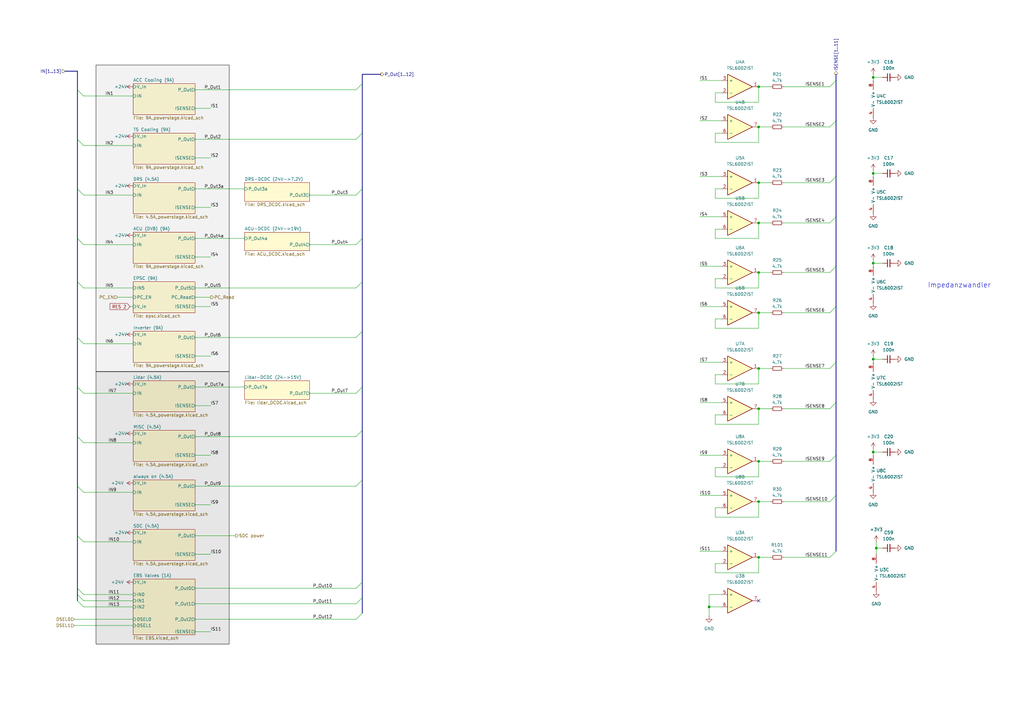
<source format=kicad_sch>
(kicad_sch (version 20231120) (generator "eeschema") (generator_version "8.0")
  (paper "A3")
  (title_block (title "PDU FT25") (date "2024-11-23") (rev "V1.1") (company "Janek Herm") (comment 1 "FaSTTUBe Electronics"))
  (lib_symbols
    (symbol "Device:C_Small" (pin_numbers hide) (pin_names (offset 0.254) hide)
      (property "Reference" "C" (at 0.254 1.778 0))
      (property "Value" "C_Small" (at 0.254 -2.032 0))
      (symbol "C_Small_0_1"
        (polyline (pts (xy -1.524 -0.508) (xy 1.524 -0.508)) (stroke (width 0.3302)))
        (polyline (pts (xy -1.524 0.508) (xy 1.524 0.508)) (stroke (width 0.3048)))
      )
      (symbol "C_Small_1_1"
        (pin passive line (at 0 2.54 270) (length 2.032) (name "~") (number "1"))
        (pin passive line (at 0 -2.54 90) (length 2.032) (name "~") (number "2"))
      )
    )
    (symbol "Device:Opamp_Dual"
      (property "Reference" "U" (at 0 5.08 0))
      (property "Value" "Opamp_Dual" (at 0 -5.08 0))
      (symbol "Opamp_Dual_1_1"
        (polyline (pts (xy -5.08 5.08) (xy 5.08 0) (xy -5.08 -5.08) (xy -5.08 5.08)) (stroke (width 0.254)) (fill (type background)))
        (pin output line (at 7.62 0 180) (length 2.54) (name "~") (number "1"))
        (pin input line (at -7.62 -2.54 0) (length 2.54) (name "-") (number "2"))
        (pin input line (at -7.62 2.54 0) (length 2.54) (name "+") (number "3"))
      )
      (symbol "Opamp_Dual_2_1"
        (polyline (pts (xy -5.08 5.08) (xy 5.08 0) (xy -5.08 -5.08) (xy -5.08 5.08)) (stroke (width 0.254)) (fill (type background)))
        (pin input line (at -7.62 2.54 0) (length 2.54) (name "+") (number "5"))
        (pin input line (at -7.62 -2.54 0) (length 2.54) (name "-") (number "6"))
        (pin output line (at 7.62 0 180) (length 2.54) (name "~") (number "7"))
      )
      (symbol "Opamp_Dual_3_1"
        (pin power_in line (at -2.54 -7.62 90) (length 3.81) (name "V-") (number "4"))
        (pin power_in line (at -2.54 7.62 270) (length 3.81) (name "V+") (number "8"))
      )
    )
    (symbol "Device:R_Small" (pin_numbers hide) (pin_names (offset 0.254) hide)
      (property "Reference" "R" (at 0.762 0.508 0))
      (property "Value" "R_Small" (at 0.762 -1.016 0))
      (symbol "R_Small_0_1"
        (rectangle (start -0.762 1.778) (end 0.762 -1.778) (stroke (width 0.2032)))
      )
      (symbol "R_Small_1_1"
        (pin passive line (at 0 2.54 270) (length 0.762) (name "~") (number "1"))
        (pin passive line (at 0 -2.54 90) (length 0.762) (name "~") (number "2"))
      )
    )
    (symbol "power:+12V" (power) (pin_numbers hide) (pin_names (offset 0) hide)
      (property "Value" "+12V" (at 0 3.556 0))
      (symbol "+12V_0_1"
        (polyline (pts (xy -0.762 1.27) (xy 0 2.54)))
        (polyline (pts (xy 0 0) (xy 0 2.54)))
        (polyline (pts (xy 0 2.54) (xy 0.762 1.27)))
      )
      (symbol "+12V_1_1"
        (pin power_in line (at 0 0 90) (length 0) (name "~") (number "1"))
      )
    )
    (symbol "power:+24V" (power) (pin_numbers hide) (pin_names (offset 0) hide)
      (property "Value" "+24V" (at 0 3.556 0))
      (symbol "+24V_0_1"
        (polyline (pts (xy -0.762 1.27) (xy 0 2.54)))
        (polyline (pts (xy 0 0) (xy 0 2.54)))
        (polyline (pts (xy 0 2.54) (xy 0.762 1.27)))
      )
      (symbol "+24V_1_1"
        (pin power_in line (at 0 0 90) (length 0) (name "~") (number "1"))
      )
    )
    (symbol "power:+3.3V" (power) (pin_numbers hide) (pin_names (offset 0) hide)
      (property "Value" "+3.3V" (at 0 3.556 0))
      (symbol "+3.3V_0_1"
        (polyline (pts (xy -0.762 1.27) (xy 0 2.54)))
        (polyline (pts (xy 0 0) (xy 0 2.54)))
        (polyline (pts (xy 0 2.54) (xy 0.762 1.27)))
      )
      (symbol "+3.3V_1_1"
        (pin power_in line (at 0 0 90) (length 0) (name "~") (number "1"))
      )
    )
    (symbol "power:GND" (power) (pin_numbers hide) (pin_names (offset 0) hide)
      (property "Value" "GND" (at 0 -3.81 0))
      (symbol "GND_0_1"
        (polyline (pts (xy 0 0) (xy 0 -1.27) (xy 1.27 -1.27) (xy 0 -2.54) (xy -1.27 -1.27) (xy 0 -1.27)))
      )
      (symbol "GND_1_1"
        (pin power_in line (at 0 0 270) (length 0) (name "~") (number "1"))
      )
    )
  )
  (junction (at 311.15 111.76))
  (junction (at 358.14 71.12))
  (junction (at 358.14 31.75))
  (junction (at 358.14 185.42))
  (junction (at 311.15 128.27))
  (junction (at 311.15 52.07))
  (junction (at 311.15 205.74))
  (junction (at 311.15 228.6))
  (junction (at 359.41 224.79))
  (junction (at 311.15 151.13))
  (junction (at 311.15 91.44))
  (junction (at 311.15 35.56))
  (junction (at 358.14 147.32))
  (junction (at 358.14 107.95))
  (junction (at 290.83 248.92))
  (junction (at 311.15 74.93))
  (junction (at 311.15 189.23))
  (junction (at 311.15 167.64))
  (no_connect (at 311.15 246.38))
  (bus_entry (at 340.36 228.6) (size 2.54 -2.54))
  (bus_entry (at 31.75 199.39) (size 2.54 2.54))
  (bus_entry (at 34.29 80.01) (size -2.54 -2.54))
  (bus_entry (at 31.75 219.71) (size 2.54 2.54))
  (bus_entry (at 146.05 254) (size 2.54 -2.54))
  (bus_entry (at 34.29 140.97) (size -2.54 -2.54))
  (bus_entry (at 146.05 247.65) (size 2.54 -2.54))
  (bus_entry (at 340.36 151.13) (size 2.54 -2.54))
  (bus_entry (at 146.05 179.07) (size 2.54 -2.54))
  (bus_entry (at 340.36 189.23) (size 2.54 -2.54))
  (bus_entry (at 146.05 100.33) (size 2.54 -2.54))
  (bus_entry (at 146.05 199.39) (size 2.54 -2.54))
  (bus_entry (at 340.36 111.76) (size 2.54 -2.54))
  (bus_entry (at 340.36 205.74) (size 2.54 -2.54))
  (bus_entry (at 340.36 74.93) (size 2.54 -2.54))
  (bus_entry (at 34.29 118.11) (size -2.54 -2.54))
  (bus_entry (at 146.05 118.11) (size 2.54 -2.54))
  (bus_entry (at 340.36 52.07) (size 2.54 -2.54))
  (bus_entry (at 34.29 100.33) (size -2.54 -2.54))
  (bus_entry (at 146.05 57.15) (size 2.54 -2.54))
  (bus_entry (at 146.05 161.29) (size 2.54 -2.54))
  (bus_entry (at 146.05 241.3) (size 2.54 -2.54))
  (bus_entry (at 340.36 167.64) (size 2.54 -2.54))
  (bus_entry (at 31.75 179.07) (size 2.54 2.54))
  (bus_entry (at 34.29 39.37) (size -2.54 -2.54))
  (bus_entry (at 146.05 80.01) (size 2.54 -2.54))
  (bus_entry (at 340.36 91.44) (size 2.54 -2.54))
  (bus_entry (at 31.75 243.84) (size 2.54 2.54))
  (bus_entry (at 31.75 246.38) (size 2.54 2.54))
  (bus_entry (at 31.75 241.3) (size 2.54 2.54))
  (bus_entry (at 340.36 128.27) (size 2.54 -2.54))
  (bus_entry (at 340.36 35.56) (size 2.54 -2.54))
  (bus_entry (at 34.29 59.69) (size -2.54 -2.54))
  (bus_entry (at 146.05 138.43) (size 2.54 -2.54))
  (bus_entry (at 146.05 36.83) (size 2.54 -2.54))
  (bus_entry (at 31.75 158.75) (size 2.54 2.54))
  (wire (pts (xy 293.37 130.81) (xy 293.37 134.62)))
  (bus (pts (xy 342.9 88.9) (xy 342.9 109.22)))
  (wire (pts (xy 311.15 189.23) (xy 311.15 195.58)))
  (bus (pts (xy 342.9 125.73) (xy 342.9 148.59)))
  (wire (pts (xy 321.31 52.07) (xy 340.36 52.07)))
  (wire (pts (xy 311.15 151.13) (xy 311.15 157.48)))
  (wire (pts (xy 34.29 100.33) (xy 54.61 100.33)))
  (wire (pts (xy 311.15 234.95) (xy 311.15 228.6)))
  (wire (pts (xy 321.31 205.74) (xy 340.36 205.74)))
  (bus (pts (xy 342.9 148.59) (xy 342.9 165.1)))
  (bus (pts (xy 31.75 243.84) (xy 31.75 246.38)))
  (wire (pts (xy 358.14 30.48) (xy 358.14 31.75)))
  (wire (pts (xy 311.15 205.74) (xy 311.15 212.09)))
  (wire (pts (xy 359.41 224.79) (xy 361.95 224.79)))
  (wire (pts (xy 311.15 128.27) (xy 311.15 134.62)))
  (wire (pts (xy 293.37 81.28) (xy 311.15 81.28)))
  (bus (pts (xy 31.75 241.3) (xy 31.75 243.84)))
  (wire (pts (xy 293.37 54.61) (xy 293.37 58.42)))
  (wire (pts (xy 311.15 74.93) (xy 316.23 74.93)))
  (wire (pts (xy 287.02 33.02) (xy 295.91 33.02)))
  (wire (pts (xy 287.02 226.06) (xy 295.91 226.06)))
  (wire (pts (xy 311.15 189.23) (xy 316.23 189.23)))
  (wire (pts (xy 293.37 195.58) (xy 311.15 195.58)))
  (wire (pts (xy 80.01 146.05) (xy 86.36 146.05)))
  (wire (pts (xy 295.91 231.14) (xy 293.37 231.14)))
  (wire (pts (xy 290.83 248.92) (xy 295.91 248.92)))
  (wire (pts (xy 34.29 80.01) (xy 54.61 80.01)))
  (wire (pts (xy 295.91 114.3) (xy 293.37 114.3)))
  (wire (pts (xy 290.83 243.84) (xy 295.91 243.84)))
  (wire (pts (xy 295.91 191.77) (xy 293.37 191.77)))
  (wire (pts (xy 311.15 35.56) (xy 316.23 35.56)))
  (wire (pts (xy 295.91 130.81) (xy 293.37 130.81)))
  (wire (pts (xy 295.91 54.61) (xy 293.37 54.61)))
  (wire (pts (xy 311.15 111.76) (xy 316.23 111.76)))
  (bus (pts (xy 148.59 238.76) (xy 148.59 245.11)))
  (wire (pts (xy 295.91 170.18) (xy 293.37 170.18)))
  (wire (pts (xy 287.02 148.59) (xy 295.91 148.59)))
  (bus (pts (xy 156.21 30.48) (xy 148.59 30.48)))
  (wire (pts (xy 358.14 107.95) (xy 361.95 107.95)))
  (wire (pts (xy 295.91 208.28) (xy 293.37 208.28)))
  (wire (pts (xy 358.14 69.85) (xy 358.14 71.12)))
  (wire (pts (xy 293.37 212.09) (xy 311.15 212.09)))
  (wire (pts (xy 30.48 254) (xy 54.61 254)))
  (wire (pts (xy 80.01 77.47) (xy 100.33 77.47)))
  (bus (pts (xy 342.9 72.39) (xy 342.9 88.9)))
  (wire (pts (xy 80.01 44.45) (xy 86.36 44.45)))
  (bus (pts (xy 148.59 158.75) (xy 148.59 176.53)))
  (wire (pts (xy 321.31 151.13) (xy 340.36 151.13)))
  (wire (pts (xy 80.01 57.15) (xy 146.05 57.15)))
  (wire (pts (xy 358.14 185.42) (xy 358.14 186.69)))
  (wire (pts (xy 321.31 228.6) (xy 340.36 228.6)))
  (wire (pts (xy 80.01 179.07) (xy 146.05 179.07)))
  (wire (pts (xy 287.02 125.73) (xy 295.91 125.73)))
  (wire (pts (xy 287.02 109.22) (xy 295.91 109.22)))
  (wire (pts (xy 358.14 71.12) (xy 361.95 71.12)))
  (wire (pts (xy 80.01 138.43) (xy 146.05 138.43)))
  (bus (pts (xy 342.9 109.22) (xy 342.9 125.73)))
  (wire (pts (xy 311.15 167.64) (xy 316.23 167.64)))
  (wire (pts (xy 311.15 52.07) (xy 311.15 58.42)))
  (wire (pts (xy 358.14 31.75) (xy 361.95 31.75)))
  (wire (pts (xy 34.29 243.84) (xy 54.61 243.84)))
  (bus (pts (xy 31.75 57.15) (xy 31.75 77.47)))
  (bus (pts (xy 31.75 29.21) (xy 31.75 36.83)))
  (wire (pts (xy 321.31 128.27) (xy 340.36 128.27)))
  (bus (pts (xy 148.59 196.85) (xy 148.59 238.76)))
  (wire (pts (xy 287.02 72.39) (xy 295.91 72.39)))
  (wire (pts (xy 311.15 52.07) (xy 316.23 52.07)))
  (wire (pts (xy 80.01 105.41) (xy 86.36 105.41)))
  (wire (pts (xy 359.41 222.25) (xy 359.41 224.79)))
  (wire (pts (xy 293.37 157.48) (xy 311.15 157.48)))
  (wire (pts (xy 311.15 205.74) (xy 316.23 205.74)))
  (wire (pts (xy 80.01 125.73) (xy 86.36 125.73)))
  (wire (pts (xy 293.37 97.79) (xy 311.15 97.79)))
  (wire (pts (xy 80.01 158.75) (xy 100.33 158.75)))
  (wire (pts (xy 295.91 93.98) (xy 293.37 93.98)))
  (bus (pts (xy 31.75 179.07) (xy 31.75 199.39)))
  (wire (pts (xy 80.01 207.01) (xy 86.36 207.01)))
  (bus (pts (xy 26.67 29.21) (xy 31.75 29.21)))
  (wire (pts (xy 80.01 36.83) (xy 146.05 36.83)))
  (wire (pts (xy 287.02 186.69) (xy 295.91 186.69)))
  (wire (pts (xy 293.37 58.42) (xy 311.15 58.42)))
  (bus (pts (xy 31.75 97.79) (xy 31.75 115.57)))
  (wire (pts (xy 293.37 234.95) (xy 311.15 234.95)))
  (bus (pts (xy 148.59 176.53) (xy 148.59 196.85)))
  (wire (pts (xy 34.29 59.69) (xy 54.61 59.69)))
  (bus (pts (xy 342.9 186.69) (xy 342.9 203.2)))
  (wire (pts (xy 358.14 147.32) (xy 358.14 148.59)))
  (wire (pts (xy 295.91 153.67) (xy 293.37 153.67)))
  (bus (pts (xy 31.75 219.71) (xy 31.75 241.3)))
  (wire (pts (xy 321.31 91.44) (xy 340.36 91.44)))
  (wire (pts (xy 290.83 252.73) (xy 290.83 248.92)))
  (bus (pts (xy 148.59 245.11) (xy 148.59 251.46)))
  (wire (pts (xy 80.01 247.65) (xy 146.05 247.65)))
  (wire (pts (xy 293.37 153.67) (xy 293.37 157.48)))
  (wire (pts (xy 34.29 39.37) (xy 54.61 39.37)))
  (wire (pts (xy 293.37 38.1) (xy 293.37 41.91)))
  (wire (pts (xy 34.29 222.25) (xy 54.61 222.25)))
  (wire (pts (xy 293.37 208.28) (xy 293.37 212.09)))
  (wire (pts (xy 80.01 64.77) (xy 86.36 64.77)))
  (bus (pts (xy 342.9 165.1) (xy 342.9 186.69)))
  (wire (pts (xy 80.01 254) (xy 146.05 254)))
  (wire (pts (xy 34.29 118.11) (xy 54.61 118.11)))
  (wire (pts (xy 30.48 256.54) (xy 54.61 256.54)))
  (wire (pts (xy 358.14 184.15) (xy 358.14 185.42)))
  (wire (pts (xy 321.31 74.93) (xy 340.36 74.93)))
  (wire (pts (xy 358.14 71.12) (xy 358.14 72.39)))
  (wire (pts (xy 293.37 134.62) (xy 311.15 134.62)))
  (wire (pts (xy 287.02 165.1) (xy 295.91 165.1)))
  (bus (pts (xy 148.59 77.47) (xy 148.59 97.79)))
  (wire (pts (xy 311.15 111.76) (xy 311.15 118.11)))
  (wire (pts (xy 321.31 111.76) (xy 340.36 111.76)))
  (wire (pts (xy 287.02 49.53) (xy 295.91 49.53)))
  (wire (pts (xy 80.01 121.92) (xy 86.36 121.92)))
  (wire (pts (xy 80.01 118.11) (xy 146.05 118.11)))
  (bus (pts (xy 31.75 158.75) (xy 31.75 179.07)))
  (wire (pts (xy 295.91 77.47) (xy 293.37 77.47)))
  (wire (pts (xy 293.37 170.18) (xy 293.37 173.99)))
  (bus (pts (xy 342.9 33.02) (xy 342.9 49.53)))
  (wire (pts (xy 80.01 219.71) (xy 96.52 219.71)))
  (wire (pts (xy 127 100.33) (xy 146.05 100.33)))
  (bus (pts (xy 31.75 36.83) (xy 31.75 57.15)))
  (wire (pts (xy 34.29 181.61) (xy 54.61 181.61)))
  (wire (pts (xy 293.37 41.91) (xy 311.15 41.91)))
  (wire (pts (xy 293.37 118.11) (xy 311.15 118.11)))
  (wire (pts (xy 34.29 246.38) (xy 54.61 246.38)))
  (bus (pts (xy 342.9 203.2) (xy 342.9 226.06)))
  (wire (pts (xy 293.37 231.14) (xy 293.37 234.95)))
  (wire (pts (xy 358.14 185.42) (xy 361.95 185.42)))
  (bus (pts (xy 148.59 135.89) (xy 148.59 158.75)))
  (wire (pts (xy 53.34 125.73) (xy 54.61 125.73)))
  (wire (pts (xy 311.15 74.93) (xy 311.15 81.28)))
  (wire (pts (xy 293.37 93.98) (xy 293.37 97.79)))
  (wire (pts (xy 295.91 38.1) (xy 293.37 38.1)))
  (bus (pts (xy 148.59 34.29) (xy 148.59 54.61)))
  (wire (pts (xy 54.61 201.93) (xy 34.29 201.93)))
  (wire (pts (xy 358.14 147.32) (xy 361.95 147.32)))
  (wire (pts (xy 293.37 173.99) (xy 311.15 173.99)))
  (wire (pts (xy 127 80.01) (xy 146.05 80.01)))
  (wire (pts (xy 80.01 199.39) (xy 146.05 199.39)))
  (bus (pts (xy 31.75 77.47) (xy 31.75 97.79)))
  (wire (pts (xy 293.37 191.77) (xy 293.37 195.58)))
  (bus (pts (xy 342.9 49.53) (xy 342.9 72.39)))
  (bus (pts (xy 148.59 97.79) (xy 148.59 115.57)))
  (bus (pts (xy 148.59 30.48) (xy 148.59 34.29)))
  (wire (pts (xy 80.01 186.69) (xy 86.36 186.69)))
  (wire (pts (xy 287.02 203.2) (xy 295.91 203.2)))
  (bus (pts (xy 148.59 115.57) (xy 148.59 135.89)))
  (wire (pts (xy 321.31 35.56) (xy 340.36 35.56)))
  (wire (pts (xy 358.14 146.05) (xy 358.14 147.32)))
  (wire (pts (xy 80.01 241.3) (xy 146.05 241.3)))
  (wire (pts (xy 80.01 259.08) (xy 86.36 259.08)))
  (bus (pts (xy 31.75 199.39) (xy 31.75 219.71)))
  (bus (pts (xy 31.75 138.43) (xy 31.75 158.75)))
  (wire (pts (xy 311.15 91.44) (xy 311.15 97.79)))
  (wire (pts (xy 80.01 166.37) (xy 86.36 166.37)))
  (wire (pts (xy 311.15 167.64) (xy 311.15 173.99)))
  (wire (pts (xy 358.14 31.75) (xy 358.14 33.02)))
  (wire (pts (xy 311.15 91.44) (xy 316.23 91.44)))
  (wire (pts (xy 34.29 140.97) (xy 54.61 140.97)))
  (wire (pts (xy 321.31 189.23) (xy 340.36 189.23)))
  (wire (pts (xy 359.41 224.79) (xy 359.41 227.33)))
  (wire (pts (xy 358.14 106.68) (xy 358.14 107.95)))
  (wire (pts (xy 311.15 35.56) (xy 311.15 41.91)))
  (wire (pts (xy 293.37 77.47) (xy 293.37 81.28)))
  (wire (pts (xy 80.01 227.33) (xy 86.36 227.33)))
  (wire (pts (xy 287.02 88.9) (xy 295.91 88.9)))
  (bus (pts (xy 31.75 115.57) (xy 31.75 138.43)))
  (wire (pts (xy 311.15 151.13) (xy 316.23 151.13)))
  (wire (pts (xy 34.29 161.29) (xy 54.61 161.29)))
  (wire (pts (xy 358.14 107.95) (xy 358.14 109.22)))
  (wire (pts (xy 34.29 248.92) (xy 54.61 248.92)))
  (wire (pts (xy 321.31 167.64) (xy 340.36 167.64)))
  (wire (pts (xy 80.01 85.09) (xy 86.36 85.09)))
  (wire (pts (xy 80.01 97.79) (xy 100.33 97.79)))
  (bus (pts (xy 148.59 54.61) (xy 148.59 77.47)))
  (wire (pts (xy 311.15 128.27) (xy 316.23 128.27)))
  (wire (pts (xy 127 161.29) (xy 146.05 161.29)))
  (wire (pts (xy 293.37 114.3) (xy 293.37 118.11)))
  (wire (pts (xy 48.26 121.92) (xy 54.61 121.92)))
  (wire (pts (xy 311.15 228.6) (xy 316.23 228.6)))
  (bus (pts (xy 342.9 30.48) (xy 342.9 33.02)))
  (wire (pts (xy 290.83 248.92) (xy 290.83 243.84)))
  (rectangle (start 39.37 152.4) (end 93.98 264.16) (stroke (width 0) (color 0 0 0 1)) (fill (type color) (color 132 132 132 0.2)))
  (rectangle (start 39.37 26.67) (end 93.98 152.4) (stroke (width 0) (color 0 0 0 1)) (fill (type color) (color 194 194 194 0.2)))
  (text "Impedanzwandler" (at 393.446 117.094 0) (effects (font (size 2 2))))
  (label "P_Out8" (at 83.82 179.07 0))
  (label "ISENSE6" (at 330.2 128.27 0))
  (label "IS2" (at 86.36 64.77 0))
  (label "IN2" (at 43.18 59.69 0))
  (label "IS6" (at 86.36 146.05 0))
  (label "P_Out5" (at 83.82 118.11 0))
  (label "IS6" (at 287.02 125.73 0))
  (label "P_Out12" (at 128.27 254 0))
  (label "IS1" (at 86.36 44.45 0))
  (label "ISENSE9" (at 330.2 189.23 0))
  (label "IS7" (at 86.36 166.37 0))
  (label "P_Out1" (at 83.82 36.83 0))
  (label "IN4" (at 43.18 100.33 0))
  (label "IN10" (at 44.45 222.25 0))
  (label "IS5" (at 86.36 125.73 0))
  (label "P_Out2" (at 83.82 57.15 0))
  (label "IS9" (at 287.02 186.69 0))
  (label "IS8" (at 287.02 165.1 0))
  (label "P_Out7a" (at 83.82 158.75 0))
  (label "IN8" (at 44.45 181.61 0))
  (label "IS5" (at 287.02 109.22 0))
  (label "IN13" (at 44.45 248.92 0))
  (label "IS8" (at 86.36 186.69 0))
  (label "IS2" (at 287.02 49.53 0))
  (label "IS4" (at 287.02 88.9 0))
  (label "P_Out3" (at 135.89 80.01 0))
  (label "IS11" (at 287.02 226.06 0))
  (label "ISENSE3" (at 330.2 74.93 0))
  (label "IN6" (at 43.18 140.97 0))
  (label "IS1" (at 287.02 33.02 0))
  (label "IS10" (at 287.02 203.2 0))
  (label "P_Out3a" (at 83.82 77.47 0))
  (label "P_Out6" (at 83.82 138.43 0))
  (label "IS10" (at 86.36 227.33 0))
  (label "IN9" (at 44.45 201.93 0))
  (label "IN3" (at 43.18 80.01 0))
  (label "IS7" (at 287.02 148.59 0))
  (label "IS4" (at 86.36 105.41 0))
  (label "P_Out7" (at 135.89 161.29 0))
  (label "ISENSE4" (at 330.2 91.44 0))
  (label "ISENSE11" (at 330.2 228.6 0))
  (label "IN12" (at 44.45 246.38 0))
  (label "P_Out11" (at 128.27 247.65 0))
  (label "P_Out4" (at 135.89 100.33 0))
  (label "IS3" (at 287.02 72.39 0))
  (label "P_Out9" (at 83.82 199.39 0))
  (label "IS9" (at 86.36 207.01 0))
  (label "IN7" (at 44.45 161.29 0))
  (label "ISENSE2" (at 330.2 52.07 0))
  (label "P_Out10" (at 128.27 241.3 0))
  (label "IS3" (at 86.36 85.09 0))
  (label "IN1" (at 43.18 39.37 0))
  (label "ISENSE10" (at 330.2 205.74 0))
  (label "ISENSE5" (at 330.2 111.76 0))
  (label "P_Out4a" (at 83.82 97.79 0))
  (label "ISENSE8" (at 330.2 167.64 0))
  (label "IN5" (at 43.18 118.11 0))
  (label "IS11" (at 86.36 259.08 0))
  (label "IN11" (at 44.45 243.84 0))
  (label "ISENSE1" (at 330.2 35.56 0))
  (label "ISENSE7" (at 330.2 151.13 0))
  (global_label "RES 2" (shape input) (at 53.34 125.73 180) (property "Intersheetrefs" "${INTERSHEET_REFS}" (effects (hide yes))))
  (hierarchical_label "PC_EN" (shape input) (at 48.26 121.92 180))
  (hierarchical_label "ISENSE[1..11]" (shape output) (at 342.9 30.48 90))
  (hierarchical_label "PC_Read" (shape output) (at 86.36 121.92 0))
  (hierarchical_label "DSEL0" (shape input) (at 30.48 254 180))
  (hierarchical_label "DSEL1" (shape input) (at 30.48 256.54 180))
  (hierarchical_label "P_Out[1..12]" (shape output) (at 156.21 30.48 0))
  (hierarchical_label "IN[1..13]" (shape input) (at 26.67 29.21 180))
  (hierarchical_label "SDC power" (shape output) (at 96.52 219.71 0))
  (symbol (lib_id "power:GND") (at 367.03 147.32 90) (unit 1)
    (property "Reference" "#PWR061" (effects (hide yes)))
    (property "Value" "GND" (at 370.84 147.3199 90) (effects (justify right)))
    (property "Description" "Power symbol creates a global label with name \"GND\" , ground" (effects (hide yes)))
  )
  (symbol (lib_id "Device:C_Small") (at 364.49 224.79 90) (unit 1)
    (property "Reference" "C59" (at 364.4963 218.44 90))
    (property "Value" "100n" (at 364.4963 220.98 90))
    (property "Footprint" "Capacitor_SMD:C_0603_1608Metric" (effects (hide yes)))
    (property "Description" "Unpolarized capacitor, small symbol" (effects (hide yes)))
  )
  (symbol (lib_id "power:+12V") (at 54.61 76.2 90) (unit 1)
    (property "Reference" "#PWR053" (effects (hide yes)))
    (property "Value" "+24V" (at 49.53 76.2 90))
    (property "Description" "Power symbol creates a global label with name \"+12V\"" (effects (hide yes)))
  )
  (symbol (lib_id "Device:Opamp_Dual") (at 360.68 194.31 0) (unit 3)
    (property "Reference" "U8" (at 359.41 193.0399 0) (effects (justify left)))
    (property "Value" "TSL6002IST" (at 359.41 195.5799 0) (effects (justify left)))
    (property "Footprint" "TSL6002IST:SOP65P490X110-8N" (effects (hide yes)))
    (property "Datasheet" "https://www.st.com/resource/en/datasheet/tsl6001.pdf" (effects (hide yes)))
    (property "Description" "Dual operational amplifier" (effects (hide yes)))
    (property "Sim.Library" "${KICAD7_SYMBOL_DIR}/Simulation_SPICE.sp" (effects (hide yes)))
    (property "Sim.Name" "kicad_builtin_opamp_dual" (effects (hide yes)))
    (property "Sim.Device" "SUBCKT" (effects (hide yes)))
    (property "Sim.Pins" "1=out1 2=in1- 3=in1+ 4=vee 5=in2+ 6=in2- 7=out2 8=vcc" (effects (hide yes)))
  )
  (symbol (lib_id "Device:R_Small") (at 318.77 128.27 90) (unit 1)
    (property "Reference" "R26" (at 318.77 123.19 90))
    (property "Value" "4.7k" (at 318.77 125.73 90))
    (property "Footprint" "Resistor_SMD:R_0603_1608Metric" (effects (hide yes)))
    (property "Description" "Resistor, small symbol" (effects (hide yes)))
  )
  (symbol (lib_id "Device:C_Small") (at 364.49 31.75 90) (unit 1)
    (property "Reference" "C16" (at 364.4963 25.4 90))
    (property "Value" "100n" (at 364.4963 27.94 90))
    (property "Footprint" "Capacitor_SMD:C_0603_1608Metric" (effects (hide yes)))
    (property "Description" "Unpolarized capacitor, small symbol" (effects (hide yes)))
  )
  (symbol (lib_id "power:+24V") (at 54.61 198.12 90) (unit 1)
    (property "Reference" "#PWR067" (effects (hide yes)))
    (property "Value" "+24V" (at 50.8 198.1199 90) (effects (justify left)))
    (property "Description" "Power symbol creates a global label with name \"+24V\"" (effects (hide yes)))
  )
  (symbol (lib_id "power:+3.3V") (at 358.14 184.15 0) (unit 1)
    (property "Reference" "#PWR065" (effects (hide yes)))
    (property "Value" "+3V3" (at 358.14 179.07 0))
    (property "Description" "Power symbol creates a global label with name \"+3.3V\"" (effects (hide yes)))
  )
  (symbol (lib_id "power:GND") (at 358.14 48.26 0) (unit 1)
    (property "Reference" "#PWR049" (effects (hide yes)))
    (property "Value" "GND" (at 358.14 53.34 0))
    (property "Description" "Power symbol creates a global label with name \"GND\" , ground" (effects (hide yes)))
  )
  (symbol (lib_id "Device:Opamp_Dual") (at 361.95 234.95 0) (unit 3)
    (property "Reference" "U3" (at 360.68 233.6799 0) (effects (justify left)))
    (property "Value" "TSL6002IST" (at 360.68 236.2199 0) (effects (justify left)))
    (property "Footprint" "TSL6002IST:SOP65P490X110-8N" (effects (hide yes)))
    (property "Datasheet" "https://www.st.com/resource/en/datasheet/tsl6001.pdf" (effects (hide yes)))
    (property "Description" "Dual operational amplifier" (effects (hide yes)))
    (property "Sim.Library" "${KICAD7_SYMBOL_DIR}/Simulation_SPICE.sp" (effects (hide yes)))
    (property "Sim.Name" "kicad_builtin_opamp_dual" (effects (hide yes)))
    (property "Sim.Device" "SUBCKT" (effects (hide yes)))
    (property "Sim.Pins" "1=out1 2=in1- 3=in1+ 4=vee 5=in2+ 6=in2- 7=out2 8=vcc" (effects (hide yes)))
  )
  (symbol (lib_id "Device:Opamp_Dual") (at 303.53 91.44 0) (unit 2)
    (property "Reference" "U5" (at 303.53 81.28 0))
    (property "Value" "TSL6002IST" (at 303.53 83.82 0))
    (property "Footprint" "TSL6002IST:SOP65P490X110-8N" (effects (hide yes)))
    (property "Datasheet" "https://www.st.com/resource/en/datasheet/tsl6001.pdf" (effects (hide yes)))
    (property "Description" "Dual operational amplifier" (effects (hide yes)))
    (property "Sim.Library" "${KICAD7_SYMBOL_DIR}/Simulation_SPICE.sp" (effects (hide yes)))
    (property "Sim.Name" "kicad_builtin_opamp_dual" (effects (hide yes)))
    (property "Sim.Device" "SUBCKT" (effects (hide yes)))
    (property "Sim.Pins" "1=out1 2=in1- 3=in1+ 4=vee 5=in2+ 6=in2- 7=out2 8=vcc" (effects (hide yes)))
  )
  (symbol (lib_id "power:+3.3V") (at 358.14 69.85 0) (unit 1)
    (property "Reference" "#PWR051" (effects (hide yes)))
    (property "Value" "+3V3" (at 358.14 64.77 0))
    (property "Description" "Power symbol creates a global label with name \"+3.3V\"" (effects (hide yes)))
  )
  (symbol (lib_id "Device:Opamp_Dual") (at 360.68 80.01 0) (unit 3)
    (property "Reference" "U5" (at 359.41 78.7399 0) (effects (justify left)))
    (property "Value" "TSL6002IST" (at 359.41 81.2799 0) (effects (justify left)))
    (property "Footprint" "TSL6002IST:SOP65P490X110-8N" (effects (hide yes)))
    (property "Datasheet" "https://www.st.com/resource/en/datasheet/tsl6001.pdf" (effects (hide yes)))
    (property "Description" "Dual operational amplifier" (effects (hide yes)))
    (property "Sim.Library" "${KICAD7_SYMBOL_DIR}/Simulation_SPICE.sp" (effects (hide yes)))
    (property "Sim.Name" "kicad_builtin_opamp_dual" (effects (hide yes)))
    (property "Sim.Device" "SUBCKT" (effects (hide yes)))
    (property "Sim.Pins" "1=out1 2=in1- 3=in1+ 4=vee 5=in2+ 6=in2- 7=out2 8=vcc" (effects (hide yes)))
  )
  (symbol (lib_id "Device:C_Small") (at 364.49 185.42 90) (unit 1)
    (property "Reference" "C20" (at 364.4963 179.07 90))
    (property "Value" "100n" (at 364.4963 181.61 90))
    (property "Footprint" "Capacitor_SMD:C_0603_1608Metric" (effects (hide yes)))
    (property "Description" "Unpolarized capacitor, small symbol" (effects (hide yes)))
  )
  (symbol (lib_id "Device:R_Small") (at 318.77 111.76 90) (unit 1)
    (property "Reference" "R25" (at 318.77 106.68 90))
    (property "Value" "4.7k" (at 318.77 109.22 90))
    (property "Footprint" "Resistor_SMD:R_0603_1608Metric" (effects (hide yes)))
    (property "Description" "Resistor, small symbol" (effects (hide yes)))
  )
  (symbol (lib_id "Device:R_Small") (at 318.77 74.93 90) (unit 1)
    (property "Reference" "R23" (at 318.77 69.85 90))
    (property "Value" "4.7k" (at 318.77 72.39 90))
    (property "Footprint" "Resistor_SMD:R_0603_1608Metric" (effects (hide yes)))
    (property "Description" "Resistor, small symbol" (effects (hide yes)))
  )
  (symbol (lib_id "Device:Opamp_Dual") (at 303.53 35.56 0) (unit 1)
    (property "Reference" "U4" (at 303.53 25.4 0))
    (property "Value" "TSL6002IST" (at 303.53 27.94 0))
    (property "Footprint" "TSL6002IST:SOP65P490X110-8N" (effects (hide yes)))
    (property "Datasheet" "https://www.st.com/resource/en/datasheet/tsl6001.pdf" (effects (hide yes)))
    (property "Description" "Dual operational amplifier" (effects (hide yes)))
    (property "Sim.Library" "${KICAD7_SYMBOL_DIR}/Simulation_SPICE.sp" (effects (hide yes)))
    (property "Sim.Name" "kicad_builtin_opamp_dual" (effects (hide yes)))
    (property "Sim.Device" "SUBCKT" (effects (hide yes)))
    (property "Sim.Pins" "1=out1 2=in1- 3=in1+ 4=vee 5=in2+ 6=in2- 7=out2 8=vcc" (effects (hide yes)))
  )
  (symbol (lib_id "power:+12V") (at 54.61 137.16 90) (unit 1)
    (property "Reference" "#PWR059" (effects (hide yes)))
    (property "Value" "+24V" (at 49.53 137.16 90))
    (property "Description" "Power symbol creates a global label with name \"+12V\"" (effects (hide yes)))
  )
  (symbol (lib_id "Device:Opamp_Dual") (at 303.53 151.13 0) (unit 1)
    (property "Reference" "U7" (at 303.53 140.97 0))
    (property "Value" "TSL6002IST" (at 303.53 143.51 0))
    (property "Footprint" "TSL6002IST:SOP65P490X110-8N" (effects (hide yes)))
    (property "Datasheet" "https://www.st.com/resource/en/datasheet/tsl6001.pdf" (effects (hide yes)))
    (property "Description" "Dual operational amplifier" (effects (hide yes)))
    (property "Sim.Library" "${KICAD7_SYMBOL_DIR}/Simulation_SPICE.sp" (effects (hide yes)))
    (property "Sim.Name" "kicad_builtin_opamp_dual" (effects (hide yes)))
    (property "Sim.Device" "SUBCKT" (effects (hide yes)))
    (property "Sim.Pins" "1=out1 2=in1- 3=in1+ 4=vee 5=in2+ 6=in2- 7=out2 8=vcc" (effects (hide yes)))
  )
  (symbol (lib_id "Device:R_Small") (at 318.77 189.23 90) (unit 1)
    (property "Reference" "R29" (at 318.77 184.15 90))
    (property "Value" "4.7k" (at 318.77 186.69 90))
    (property "Footprint" "Resistor_SMD:R_0603_1608Metric" (effects (hide yes)))
    (property "Description" "Resistor, small symbol" (effects (hide yes)))
  )
  (symbol (lib_id "Device:Opamp_Dual") (at 360.68 156.21 0) (unit 3)
    (property "Reference" "U7" (at 359.41 154.9399 0) (effects (justify left)))
    (property "Value" "TSL6002IST" (at 359.41 157.4799 0) (effects (justify left)))
    (property "Footprint" "TSL6002IST:SOP65P490X110-8N" (effects (hide yes)))
    (property "Datasheet" "https://www.st.com/resource/en/datasheet/tsl6001.pdf" (effects (hide yes)))
    (property "Description" "Dual operational amplifier" (effects (hide yes)))
    (property "Sim.Library" "${KICAD7_SYMBOL_DIR}/Simulation_SPICE.sp" (effects (hide yes)))
    (property "Sim.Name" "kicad_builtin_opamp_dual" (effects (hide yes)))
    (property "Sim.Device" "SUBCKT" (effects (hide yes)))
    (property "Sim.Pins" "1=out1 2=in1- 3=in1+ 4=vee 5=in2+ 6=in2- 7=out2 8=vcc" (effects (hide yes)))
  )
  (symbol (lib_id "power:+12V") (at 54.61 35.56 90) (unit 1)
    (property "Reference" "#PWR048" (effects (hide yes)))
    (property "Value" "+24V" (at 49.53 35.56 90))
    (property "Description" "Power symbol creates a global label with name \"+12V\"" (effects (hide yes)))
  )
  (symbol (lib_id "power:+12V") (at 54.61 55.88 90) (unit 1)
    (property "Reference" "#PWR050" (effects (hide yes)))
    (property "Value" "+24V" (at 49.53 55.88 90))
    (property "Description" "Power symbol creates a global label with name \"+12V\"" (effects (hide yes)))
  )
  (symbol (lib_id "Device:Opamp_Dual") (at 303.53 111.76 0) (unit 1)
    (property "Reference" "U6" (at 303.53 101.6 0))
    (property "Value" "TSL6002IST" (at 303.53 104.14 0))
    (property "Footprint" "TSL6002IST:SOP65P490X110-8N" (effects (hide yes)))
    (property "Datasheet" "https://www.st.com/resource/en/datasheet/tsl6001.pdf" (effects (hide yes)))
    (property "Description" "Dual operational amplifier" (effects (hide yes)))
    (property "Sim.Library" "${KICAD7_SYMBOL_DIR}/Simulation_SPICE.sp" (effects (hide yes)))
    (property "Sim.Name" "kicad_builtin_opamp_dual" (effects (hide yes)))
    (property "Sim.Device" "SUBCKT" (effects (hide yes)))
    (property "Sim.Pins" "1=out1 2=in1- 3=in1+ 4=vee 5=in2+ 6=in2- 7=out2 8=vcc" (effects (hide yes)))
  )
  (symbol (lib_id "power:+3.3V") (at 358.14 30.48 0) (unit 1)
    (property "Reference" "#PWR046" (effects (hide yes)))
    (property "Value" "+3V3" (at 358.14 25.4 0))
    (property "Description" "Power symbol creates a global label with name \"+3.3V\"" (effects (hide yes)))
  )
  (symbol (lib_id "Device:Opamp_Dual") (at 360.68 40.64 0) (unit 3)
    (property "Reference" "U4" (at 359.41 39.3699 0) (effects (justify left)))
    (property "Value" "TSL6002IST" (at 359.41 41.9099 0) (effects (justify left)))
    (property "Footprint" "TSL6002IST:SOP65P490X110-8N" (effects (hide yes)))
    (property "Datasheet" "https://www.st.com/resource/en/datasheet/tsl6001.pdf" (effects (hide yes)))
    (property "Description" "Dual operational amplifier" (effects (hide yes)))
    (property "Sim.Library" "${KICAD7_SYMBOL_DIR}/Simulation_SPICE.sp" (effects (hide yes)))
    (property "Sim.Name" "kicad_builtin_opamp_dual" (effects (hide yes)))
    (property "Sim.Device" "SUBCKT" (effects (hide yes)))
    (property "Sim.Pins" "1=out1 2=in1- 3=in1+ 4=vee 5=in2+ 6=in2- 7=out2 8=vcc" (effects (hide yes)))
  )
  (symbol (lib_id "power:+12V") (at 54.61 157.48 90) (unit 1)
    (property "Reference" "#PWR062" (effects (hide yes)))
    (property "Value" "+24V" (at 49.53 157.48 90))
    (property "Description" "Power symbol creates a global label with name \"+12V\"" (effects (hide yes)))
  )
  (symbol (lib_id "Device:R_Small") (at 318.77 228.6 90) (unit 1)
    (property "Reference" "R101" (at 318.77 223.52 90))
    (property "Value" "4.7k" (at 318.77 226.06 90))
    (property "Footprint" "Resistor_SMD:R_0603_1608Metric" (effects (hide yes)))
    (property "Description" "Resistor, small symbol" (effects (hide yes)))
  )
  (symbol (lib_id "Device:R_Small") (at 318.77 35.56 90) (unit 1)
    (property "Reference" "R21" (at 318.77 30.48 90))
    (property "Value" "4.7k" (at 318.77 33.02 90))
    (property "Footprint" "Resistor_SMD:R_0603_1608Metric" (effects (hide yes)))
    (property "Description" "Resistor, small symbol" (effects (hide yes)))
  )
  (symbol (lib_id "power:GND") (at 367.03 31.75 90) (unit 1)
    (property "Reference" "#PWR047" (effects (hide yes)))
    (property "Value" "GND" (at 370.84 31.7499 90) (effects (justify right)))
    (property "Description" "Power symbol creates a global label with name \"GND\" , ground" (effects (hide yes)))
  )
  (symbol (lib_id "power:GND") (at 358.14 87.63 0) (unit 1)
    (property "Reference" "#PWR054" (effects (hide yes)))
    (property "Value" "GND" (at 358.14 92.71 0))
    (property "Description" "Power symbol creates a global label with name \"GND\" , ground" (effects (hide yes)))
  )
  (symbol (lib_id "power:GND") (at 367.03 185.42 90) (unit 1)
    (property "Reference" "#PWR066" (effects (hide yes)))
    (property "Value" "GND" (at 370.84 185.4199 90) (effects (justify right)))
    (property "Description" "Power symbol creates a global label with name \"GND\" , ground" (effects (hide yes)))
  )
  (symbol (lib_id "power:GND") (at 358.14 163.83 0) (unit 1)
    (property "Reference" "#PWR063" (effects (hide yes)))
    (property "Value" "GND" (at 358.14 168.91 0))
    (property "Description" "Power symbol creates a global label with name \"GND\" , ground" (effects (hide yes)))
  )
  (symbol (lib_id "Device:C_Small") (at 364.49 107.95 90) (unit 1)
    (property "Reference" "C18" (at 364.4963 101.6 90))
    (property "Value" "100n" (at 364.4963 104.14 90))
    (property "Footprint" "Capacitor_SMD:C_0603_1608Metric" (effects (hide yes)))
    (property "Description" "Unpolarized capacitor, small symbol" (effects (hide yes)))
  )
  (symbol (lib_id "power:GND") (at 367.03 107.95 90) (unit 1)
    (property "Reference" "#PWR057" (effects (hide yes)))
    (property "Value" "GND" (at 370.84 107.9499 90) (effects (justify right)))
    (property "Description" "Power symbol creates a global label with name \"GND\" , ground" (effects (hide yes)))
  )
  (symbol (lib_id "power:GND") (at 290.83 252.73 0) (unit 1)
    (property "Reference" "#PWR0197" (effects (hide yes)))
    (property "Value" "GND" (at 290.83 257.81 0))
    (property "Description" "Power symbol creates a global label with name \"GND\" , ground" (effects (hide yes)))
  )
  (symbol (lib_id "power:+3.3V") (at 358.14 146.05 0) (unit 1)
    (property "Reference" "#PWR060" (effects (hide yes)))
    (property "Value" "+3V3" (at 358.14 140.97 0))
    (property "Description" "Power symbol creates a global label with name \"+3.3V\"" (effects (hide yes)))
  )
  (symbol (lib_id "power:+12V") (at 54.61 96.52 90) (unit 1)
    (property "Reference" "#PWR055" (effects (hide yes)))
    (property "Value" "+24V" (at 49.53 96.52 90))
    (property "Description" "Power symbol creates a global label with name \"+12V\"" (effects (hide yes)))
  )
  (symbol (lib_id "power:+3.3V") (at 359.41 222.25 0) (unit 1)
    (property "Reference" "#PWR0154" (effects (hide yes)))
    (property "Value" "+3V3" (at 359.41 217.17 0))
    (property "Description" "Power symbol creates a global label with name \"+3.3V\"" (effects (hide yes)))
  )
  (symbol (lib_id "Device:Opamp_Dual") (at 303.53 228.6 0) (unit 1)
    (property "Reference" "U3" (at 303.53 218.44 0))
    (property "Value" "TSL6002IST" (at 303.53 220.98 0))
    (property "Footprint" "TSL6002IST:SOP65P490X110-8N" (effects (hide yes)))
    (property "Datasheet" "https://www.st.com/resource/en/datasheet/tsl6001.pdf" (effects (hide yes)))
    (property "Description" "Dual operational amplifier" (effects (hide yes)))
    (property "Sim.Library" "${KICAD7_SYMBOL_DIR}/Simulation_SPICE.sp" (effects (hide yes)))
    (property "Sim.Name" "kicad_builtin_opamp_dual" (effects (hide yes)))
    (property "Sim.Device" "SUBCKT" (effects (hide yes)))
    (property "Sim.Pins" "1=out1 2=in1- 3=in1+ 4=vee 5=in2+ 6=in2- 7=out2 8=vcc" (effects (hide yes)))
  )
  (symbol (lib_id "power:GND") (at 367.03 224.79 90) (unit 1)
    (property "Reference" "#PWR0155" (effects (hide yes)))
    (property "Value" "GND" (at 370.84 224.7899 90) (effects (justify right)))
    (property "Description" "Power symbol creates a global label with name \"GND\" , ground" (effects (hide yes)))
  )
  (symbol (lib_id "Device:Opamp_Dual") (at 303.53 246.38 0) (unit 2)
    (property "Reference" "U3" (at 303.53 236.22 0))
    (property "Value" "TSL6002IST" (at 303.53 238.76 0))
    (property "Footprint" "TSL6002IST:SOP65P490X110-8N" (effects (hide yes)))
    (property "Datasheet" "https://www.st.com/resource/en/datasheet/tsl6001.pdf" (effects (hide yes)))
    (property "Description" "Dual operational amplifier" (effects (hide yes)))
    (property "Sim.Library" "${KICAD7_SYMBOL_DIR}/Simulation_SPICE.sp" (effects (hide yes)))
    (property "Sim.Name" "kicad_builtin_opamp_dual" (effects (hide yes)))
    (property "Sim.Device" "SUBCKT" (effects (hide yes)))
    (property "Sim.Pins" "1=out1 2=in1- 3=in1+ 4=vee 5=in2+ 6=in2- 7=out2 8=vcc" (effects (hide yes)))
  )
  (symbol (lib_id "Device:Opamp_Dual") (at 303.53 189.23 0) (unit 1)
    (property "Reference" "U8" (at 303.53 179.07 0))
    (property "Value" "TSL6002IST" (at 303.53 181.61 0))
    (property "Footprint" "TSL6002IST:SOP65P490X110-8N" (effects (hide yes)))
    (property "Datasheet" "https://www.st.com/resource/en/datasheet/tsl6001.pdf" (effects (hide yes)))
    (property "Description" "Dual operational amplifier" (effects (hide yes)))
    (property "Sim.Library" "${KICAD7_SYMBOL_DIR}/Simulation_SPICE.sp" (effects (hide yes)))
    (property "Sim.Name" "kicad_builtin_opamp_dual" (effects (hide yes)))
    (property "Sim.Device" "SUBCKT" (effects (hide yes)))
    (property "Sim.Pins" "1=out1 2=in1- 3=in1+ 4=vee 5=in2+ 6=in2- 7=out2 8=vcc" (effects (hide yes)))
  )
  (symbol (lib_id "power:+12V") (at 54.61 177.8 90) (unit 1)
    (property "Reference" "#PWR064" (effects (hide yes)))
    (property "Value" "+24V" (at 49.53 177.8 90))
    (property "Description" "Power symbol creates a global label with name \"+12V\"" (effects (hide yes)))
  )
  (symbol (lib_id "Device:R_Small") (at 318.77 91.44 90) (unit 1)
    (property "Reference" "R24" (at 318.77 86.36 90))
    (property "Value" "4.7k" (at 318.77 88.9 90))
    (property "Footprint" "Resistor_SMD:R_0603_1608Metric" (effects (hide yes)))
    (property "Description" "Resistor, small symbol" (effects (hide yes)))
  )
  (symbol (lib_id "power:GND") (at 359.41 242.57 0) (unit 1)
    (property "Reference" "#PWR036" (effects (hide yes)))
    (property "Value" "GND" (at 359.41 247.65 0))
    (property "Description" "Power symbol creates a global label with name \"GND\" , ground" (effects (hide yes)))
  )
  (symbol (lib_id "Device:C_Small") (at 364.49 147.32 90) (unit 1)
    (property "Reference" "C19" (at 364.4963 140.97 90))
    (property "Value" "100n" (at 364.4963 143.51 90))
    (property "Footprint" "Capacitor_SMD:C_0603_1608Metric" (effects (hide yes)))
    (property "Description" "Unpolarized capacitor, small symbol" (effects (hide yes)))
  )
  (symbol (lib_id "power:+12V") (at 54.61 218.44 90) (unit 1)
    (property "Reference" "#PWR069" (effects (hide yes)))
    (property "Value" "+24V" (at 49.53 218.44 90))
    (property "Description" "Power symbol creates a global label with name \"+12V\"" (effects (hide yes)))
  )
  (symbol (lib_id "Device:Opamp_Dual") (at 303.53 167.64 0) (unit 2)
    (property "Reference" "U7" (at 303.53 157.48 0))
    (property "Value" "TSL6002IST" (at 303.53 160.02 0))
    (property "Footprint" "TSL6002IST:SOP65P490X110-8N" (effects (hide yes)))
    (property "Datasheet" "https://www.st.com/resource/en/datasheet/tsl6001.pdf" (effects (hide yes)))
    (property "Description" "Dual operational amplifier" (effects (hide yes)))
    (property "Sim.Library" "${KICAD7_SYMBOL_DIR}/Simulation_SPICE.sp" (effects (hide yes)))
    (property "Sim.Name" "kicad_builtin_opamp_dual" (effects (hide yes)))
    (property "Sim.Device" "SUBCKT" (effects (hide yes)))
    (property "Sim.Pins" "1=out1 2=in1- 3=in1+ 4=vee 5=in2+ 6=in2- 7=out2 8=vcc" (effects (hide yes)))
  )
  (symbol (lib_id "Device:Opamp_Dual") (at 303.53 74.93 0) (unit 1)
    (property "Reference" "U5" (at 303.53 64.77 0))
    (property "Value" "TSL6002IST" (at 303.53 67.31 0))
    (property "Footprint" "TSL6002IST:SOP65P490X110-8N" (effects (hide yes)))
    (property "Datasheet" "https://www.st.com/resource/en/datasheet/tsl6001.pdf" (effects (hide yes)))
    (property "Description" "Dual operational amplifier" (effects (hide yes)))
    (property "Sim.Library" "${KICAD7_SYMBOL_DIR}/Simulation_SPICE.sp" (effects (hide yes)))
    (property "Sim.Name" "kicad_builtin_opamp_dual" (effects (hide yes)))
    (property "Sim.Device" "SUBCKT" (effects (hide yes)))
    (property "Sim.Pins" "1=out1 2=in1- 3=in1+ 4=vee 5=in2+ 6=in2- 7=out2 8=vcc" (effects (hide yes)))
  )
  (symbol (lib_id "Device:Opamp_Dual") (at 360.68 116.84 0) (unit 3)
    (property "Reference" "U6" (at 359.41 115.5699 0) (effects (justify left)))
    (property "Value" "TSL6002IST" (at 359.41 118.1099 0) (effects (justify left)))
    (property "Footprint" "TSL6002IST:SOP65P490X110-8N" (effects (hide yes)))
    (property "Datasheet" "https://www.st.com/resource/en/datasheet/tsl6001.pdf" (effects (hide yes)))
    (property "Description" "Dual operational amplifier" (effects (hide yes)))
    (property "Sim.Library" "${KICAD7_SYMBOL_DIR}/Simulation_SPICE.sp" (effects (hide yes)))
    (property "Sim.Name" "kicad_builtin_opamp_dual" (effects (hide yes)))
    (property "Sim.Device" "SUBCKT" (effects (hide yes)))
    (property "Sim.Pins" "1=out1 2=in1- 3=in1+ 4=vee 5=in2+ 6=in2- 7=out2 8=vcc" (effects (hide yes)))
  )
  (symbol (lib_id "Device:R_Small") (at 318.77 205.74 90) (unit 1)
    (property "Reference" "R30" (at 318.77 200.66 90))
    (property "Value" "4.7k" (at 318.77 203.2 90))
    (property "Footprint" "Resistor_SMD:R_0603_1608Metric" (effects (hide yes)))
    (property "Description" "Resistor, small symbol" (effects (hide yes)))
  )
  (symbol (lib_id "Device:R_Small") (at 318.77 151.13 90) (unit 1)
    (property "Reference" "R27" (at 318.77 146.05 90))
    (property "Value" "4.7k" (at 318.77 148.59 90))
    (property "Footprint" "Resistor_SMD:R_0603_1608Metric" (effects (hide yes)))
    (property "Description" "Resistor, small symbol" (effects (hide yes)))
  )
  (symbol (lib_id "Device:R_Small") (at 318.77 52.07 90) (unit 1)
    (property "Reference" "R22" (at 318.77 46.99 90))
    (property "Value" "4.7k" (at 318.77 49.53 90))
    (property "Footprint" "Resistor_SMD:R_0603_1608Metric" (effects (hide yes)))
    (property "Description" "Resistor, small symbol" (effects (hide yes)))
  )
  (symbol (lib_id "power:GND") (at 367.03 71.12 90) (unit 1)
    (property "Reference" "#PWR052" (effects (hide yes)))
    (property "Value" "GND" (at 370.84 71.1199 90) (effects (justify right)))
    (property "Description" "Power symbol creates a global label with name \"GND\" , ground" (effects (hide yes)))
  )
  (symbol (lib_id "Device:R_Small") (at 318.77 167.64 90) (unit 1)
    (property "Reference" "R28" (at 318.77 162.56 90))
    (property "Value" "4.7k" (at 318.77 165.1 90))
    (property "Footprint" "Resistor_SMD:R_0603_1608Metric" (effects (hide yes)))
    (property "Description" "Resistor, small symbol" (effects (hide yes)))
  )
  (symbol (lib_id "power:+3.3V") (at 358.14 106.68 0) (unit 1)
    (property "Reference" "#PWR056" (effects (hide yes)))
    (property "Value" "+3V3" (at 358.14 101.6 0))
    (property "Description" "Power symbol creates a global label with name \"+3.3V\"" (effects (hide yes)))
  )
  (symbol (lib_id "power:+24V") (at 54.61 238.76 90) (unit 1)
    (property "Reference" "#PWR0156" (effects (hide yes)))
    (property "Value" "+24V" (at 50.8 238.7599 90) (effects (justify left)))
    (property "Description" "Power symbol creates a global label with name \"+24V\"" (effects (hide yes)))
  )
  (symbol (lib_id "Device:Opamp_Dual") (at 303.53 205.74 0) (unit 2)
    (property "Reference" "U8" (at 303.53 195.58 0))
    (property "Value" "TSL6002IST" (at 303.53 198.12 0))
    (property "Footprint" "TSL6002IST:SOP65P490X110-8N" (effects (hide yes)))
    (property "Datasheet" "https://www.st.com/resource/en/datasheet/tsl6001.pdf" (effects (hide yes)))
    (property "Description" "Dual operational amplifier" (effects (hide yes)))
    (property "Sim.Library" "${KICAD7_SYMBOL_DIR}/Simulation_SPICE.sp" (effects (hide yes)))
    (property "Sim.Name" "kicad_builtin_opamp_dual" (effects (hide yes)))
    (property "Sim.Device" "SUBCKT" (effects (hide yes)))
    (property "Sim.Pins" "1=out1 2=in1- 3=in1+ 4=vee 5=in2+ 6=in2- 7=out2 8=vcc" (effects (hide yes)))
  )
  (symbol (lib_id "power:GND") (at 358.14 201.93 0) (unit 1)
    (property "Reference" "#PWR068" (effects (hide yes)))
    (property "Value" "GND" (at 358.14 207.01 0))
    (property "Description" "Power symbol creates a global label with name \"GND\" , ground" (effects (hide yes)))
  )
  (symbol (lib_id "Device:Opamp_Dual") (at 303.53 128.27 0) (unit 2)
    (property "Reference" "U6" (at 303.53 118.11 0))
    (property "Value" "TSL6002IST" (at 303.53 120.65 0))
    (property "Footprint" "TSL6002IST:SOP65P490X110-8N" (effects (hide yes)))
    (property "Datasheet" "https://www.st.com/resource/en/datasheet/tsl6001.pdf" (effects (hide yes)))
    (property "Description" "Dual operational amplifier" (effects (hide yes)))
    (property "Sim.Library" "${KICAD7_SYMBOL_DIR}/Simulation_SPICE.sp" (effects (hide yes)))
    (property "Sim.Name" "kicad_builtin_opamp_dual" (effects (hide yes)))
    (property "Sim.Device" "SUBCKT" (effects (hide yes)))
    (property "Sim.Pins" "1=out1 2=in1- 3=in1+ 4=vee 5=in2+ 6=in2- 7=out2 8=vcc" (effects (hide yes)))
  )
  (symbol (lib_id "power:GND") (at 358.14 124.46 0) (unit 1)
    (property "Reference" "#PWR058" (effects (hide yes)))
    (property "Value" "GND" (at 358.14 129.54 0))
    (property "Description" "Power symbol creates a global label with name \"GND\" , ground" (effects (hide yes)))
  )
  (symbol (lib_id "Device:C_Small") (at 364.49 71.12 90) (unit 1)
    (property "Reference" "C17" (at 364.4963 64.77 90))
    (property "Value" "100n" (at 364.4963 67.31 90))
    (property "Footprint" "Capacitor_SMD:C_0603_1608Metric" (effects (hide yes)))
    (property "Description" "Unpolarized capacitor, small symbol" (effects (hide yes)))
  )
  (symbol (lib_id "Device:Opamp_Dual") (at 303.53 52.07 0) (unit 2)
    (property "Reference" "U4" (at 303.53 41.91 0))
    (property "Value" "TSL6002IST" (at 303.53 44.45 0))
    (property "Footprint" "TSL6002IST:SOP65P490X110-8N" (effects (hide yes)))
    (property "Datasheet" "https://www.st.com/resource/en/datasheet/tsl6001.pdf" (effects (hide yes)))
    (property "Description" "Dual operational amplifier" (effects (hide yes)))
    (property "Sim.Library" "${KICAD7_SYMBOL_DIR}/Simulation_SPICE.sp" (effects (hide yes)))
    (property "Sim.Name" "kicad_builtin_opamp_dual" (effects (hide yes)))
    (property "Sim.Device" "SUBCKT" (effects (hide yes)))
    (property "Sim.Pins" "1=out1 2=in1- 3=in1+ 4=vee 5=in2+ 6=in2- 7=out2 8=vcc" (effects (hide yes)))
  )
  (sheet (at 54.61 74.93) (size 25.4 12.7) (stroke (width 0.1524)) (fill (color 255 250 208 1.0000))
    (property "Sheetname" "DRS (4.5A)" (at 54.61 74.2184 0) (effects (justify left bottom)))
    (property "Sheetfile" "4.5A_powerstage.kicad_sch" (at 54.61 88.2146 0) (effects (justify left top)))
    (pin "V_In" input (at 54.61 76.2 180))
    (pin "P_Out" output (at 80.01 77.47 0))
    (pin "IN" input (at 54.61 80.01 180))
    (pin "ISENSE" output (at 80.01 85.09 0))
  )
  (sheet (at 54.61 54.61) (size 25.4 12.7) (stroke (width 0.1524)) (fill (color 255 250 208 1.0000))
    (property "Sheetname" "TS Cooling (9A)" (at 54.61 53.8984 0) (effects (justify left bottom)))
    (property "Sheetfile" "9A_powerstage.kicad_sch" (at 54.61 67.8946 0) (effects (justify left top)))
    (pin "V_In" input (at 54.61 55.88 180))
    (pin "P_Out" output (at 80.01 57.15 0))
    (pin "IN" input (at 54.61 59.69 180))
    (pin "ISENSE" output (at 80.01 64.77 0))
  )
  (sheet (at 54.61 95.25) (size 25.4 12.7) (stroke (width 0.1524)) (fill (color 255 250 208 1.0000))
    (property "Sheetname" "ACU (DVB) (9A)" (at 54.61 94.5384 0) (effects (justify left bottom)))
    (property "Sheetfile" "9A_powerstage.kicad_sch" (at 54.61 108.5346 0) (effects (justify left top)))
    (pin "V_In" input (at 54.61 96.52 180))
    (pin "P_Out" output (at 80.01 97.79 0))
    (pin "IN" input (at 54.61 100.33 180))
    (pin "ISENSE" output (at 80.01 105.41 0))
  )
  (sheet (at 100.33 74.93) (size 26.67 7.62) (stroke (width 0.1524)) (fill (color 255 250 208 1.0000))
    (property "Sheetname" "DRS-DCDC (24V->7.2V)" (at 100.33 74.2184 0) (effects (justify left bottom)))
    (property "Sheetfile" "DRS_DCDC.kicad_sch" (at 100.33 83.1346 0) (effects (justify left top)))
    (pin "P_Out3a" input (at 100.33 77.47 180))
    (pin "P_Out3" output (at 127 80.01 0))
  )
  (sheet (at 54.61 135.89) (size 25.4 12.7) (stroke (width 0.1524)) (fill (color 255 250 208 1.0000))
    (property "Sheetname" "Inverter (9A)" (at 54.61 135.1784 0) (effects (justify left bottom)))
    (property "Sheetfile" "9A_powerstage.kicad_sch" (at 54.61 149.1746 0) (effects (justify left top)))
    (pin "V_In" input (at 54.61 137.16 180))
    (pin "IN" input (at 54.61 140.97 180))
    (pin "ISENSE" output (at 80.01 146.05 0))
    (pin "P_Out" output (at 80.01 138.43 0))
  )
  (sheet (at 100.33 95.25) (size 26.67 7.62) (stroke (width 0.1524)) (fill (color 255 250 208 1.0000))
    (property "Sheetname" "ACU-DCDC (24V->19V)" (at 100.33 94.5384 0) (effects (justify left bottom)))
    (property "Sheetfile" "ACU_DCDC.kicad_sch" (at 100.33 103.4546 0) (effects (justify left top)))
    (pin "P_Out4" output (at 127 100.33 0))
    (pin "P_Out4a" input (at 100.33 97.79 180))
  )
  (sheet (at 54.61 115.57) (size 25.4 12.7) (stroke (width 0.1524)) (fill (color 255 250 208 1.0000))
    (property "Sheetname" "EPSC (9A)" (at 54.61 114.8584 0) (effects (justify left bottom)))
    (property "Sheetfile" "epsc.kicad_sch" (at 54.61 128.8546 0) (effects (justify left top)))
    (pin "PC_EN" input (at 54.61 121.92 180))
    (pin "V_In" input (at 54.61 125.73 180))
    (pin "IN5" input (at 54.61 118.11 180))
    (pin "ISENSE" output (at 80.01 125.73 0))
    (pin "P_Out5" output (at 80.01 118.11 0))
    (pin "PC_Read" output (at 80.01 121.92 0))
  )
  (sheet (at 100.33 156.21) (size 26.67 7.62) (stroke (width 0.1524)) (fill (color 255 250 208 1.0000))
    (property "Sheetname" "Lidar-DCDC (24->15V)" (at 100.33 155.4984 0) (effects (justify left bottom)))
    (property "Sheetfile" "lidar_DCDC.kicad_sch" (at 100.33 164.4146 0) (effects (justify left top)))
    (pin "P_Out7" output (at 127 161.29 0))
    (pin "P_Out7a" input (at 100.33 158.75 180))
  )
  (sheet (at 54.61 196.85) (size 25.4 12.7) (stroke (width 0.1524)) (fill (color 255 250 208 1.0000))
    (property "Sheetname" "always on (4.5A)" (at 54.61 196.1384 0) (effects (justify left bottom)))
    (property "Sheetfile" "4.5A_powerstage.kicad_sch" (at 54.61 210.1346 0) (effects (justify left top)))
    (pin "V_In" input (at 54.61 198.12 180))
    (pin "P_Out" output (at 80.01 199.39 0))
    (pin "IN" input (at 54.61 201.93 180))
    (pin "ISENSE" output (at 80.01 207.01 0))
  )
  (sheet (at 54.61 237.49) (size 25.4 22.86) (stroke (width 0.1524)) (fill (color 255 250 208 1.0000))
    (property "Sheetname" "EBS Valves (1A)" (at 54.61 236.7784 0) (effects (justify left bottom)))
    (property "Sheetfile" "EBS.kicad_sch" (at 54.61 260.9346 0) (effects (justify left top)))
    (pin "DSEL1" input (at 54.61 256.54 180))
    (pin "ISENSE" output (at 80.01 259.08 0))
    (pin "DSEL0" input (at 54.61 254 180))
    (pin "IN0" input (at 54.61 243.84 180))
    (pin "IN1" input (at 54.61 246.38 180))
    (pin "IN2" input (at 54.61 248.92 180))
    (pin "V_In" input (at 54.61 238.76 180))
    (pin "P_Out2" output (at 80.01 254 0))
    (pin "P_Out0" output (at 80.01 241.3 0))
    (pin "P_Out1" output (at 80.01 247.65 0))
  )
  (sheet (at 54.61 156.21) (size 25.4 12.7) (stroke (width 0.1524)) (fill (color 255 250 208 1.0000))
    (property "Sheetname" "Lidar (4.5A)" (at 54.61 155.4984 0) (effects (justify left bottom)))
    (property "Sheetfile" "4.5A_powerstage.kicad_sch" (at 54.61 169.4946 0) (effects (justify left top)))
    (pin "V_In" input (at 54.61 157.48 180))
    (pin "P_Out" output (at 80.01 158.75 0))
    (pin "IN" input (at 54.61 161.29 180))
    (pin "ISENSE" output (at 80.01 166.37 0))
  )
  (sheet (at 54.61 217.17) (size 25.4 12.7) (stroke (width 0.1524)) (fill (color 255 250 208 1.0000))
    (property "Sheetname" "SDC (4.5A)" (at 54.61 216.4584 0) (effects (justify left bottom)))
    (property "Sheetfile" "4.5A_powerstage.kicad_sch" (at 54.61 230.4546 0) (effects (justify left top)))
    (pin "V_In" input (at 54.61 218.44 180))
    (pin "IN" input (at 54.61 222.25 180))
    (pin "ISENSE" output (at 80.01 227.33 0))
    (pin "P_Out" output (at 80.01 219.71 0))
  )
  (sheet (at 54.61 34.29) (size 25.4 12.7) (stroke (width 0.1524)) (fill (color 255 250 208 1.0000))
    (property "Sheetname" "ACC Cooling (9A)" (at 54.61 33.5784 0) (effects (justify left bottom)))
    (property "Sheetfile" "9A_powerstage.kicad_sch" (at 54.61 47.5746 0) (effects (justify left top)))
    (pin "V_In" input (at 54.61 35.56 180))
    (pin "IN" input (at 54.61 39.37 180))
    (pin "ISENSE" output (at 80.01 44.45 0))
    (pin "P_Out" output (at 80.01 36.83 0))
  )
  (sheet (at 54.61 176.53) (size 25.4 12.7) (stroke (width 0.1524)) (fill (color 255 250 208 1.0000))
    (property "Sheetname" "MISC (4.5A)" (at 54.61 175.8184 0) (effects (justify left bottom)))
    (property "Sheetfile" "4.5A_powerstage.kicad_sch" (at 54.61 189.8146 0) (effects (justify left top)))
    (pin "V_In" input (at 54.61 177.8 180))
    (pin "P_Out" output (at 80.01 179.07 0))
    (pin "IN" input (at 54.61 181.61 180))
    (pin "ISENSE" output (at 80.01 186.69 0))
  )
)
</source>
